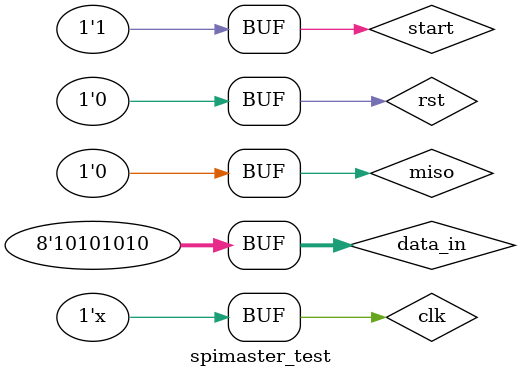
<source format=v>
`timescale 1ns / 1ps


module spimaster_test;

	// Inputs
	reg clk;
	reg rst;
	reg miso;
	reg start;
	reg [0:7] data_in;

	// Outputs
	wire mosi;
	wire sck;
	wire [0:7] data_out;
	wire busy;
	wire new_data;

	// Instantiate the Unit Under Test (UUT)
	SPIMaster uut (
		.clk(clk), 
		.rst(rst), 
		.miso(miso), 
		.start(start), 
		.data_in(data_in), 
		.mosi(mosi), 
		.sck(sck), 
		.data_out(data_out), 
		.busy(busy), 
		.new_data(new_data)
	);

	initial begin
		// Initialize Inputs
		clk = 0;
		rst = 0;
		miso = 0;
		start = 1;
		data_in = 8'b10101010;
		
		// Wait 100 ns for global reset to finish
		#100;
        
		// Add stimulus here

	end
	
	// increment clk
	always begin
		#5 clk = ~clk;
	end
      
endmodule


</source>
